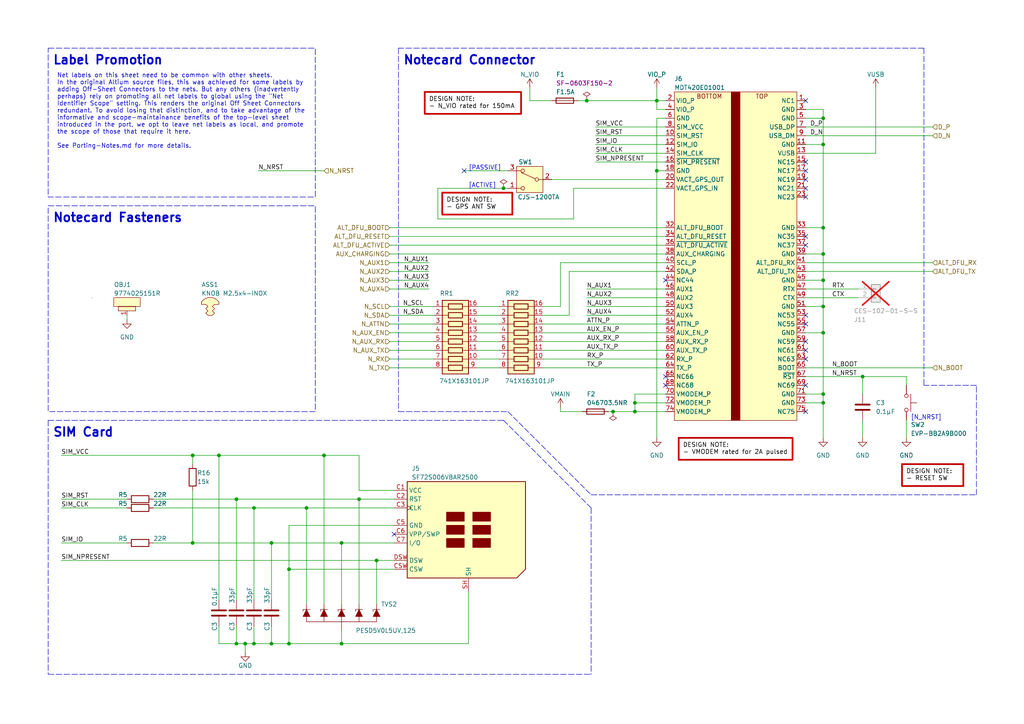
<source format=kicad_sch>
(kicad_sch (version 20230121) (generator eeschema)
  (paper "A4")
  (title_block (title "Notecarrier-F") (date "DRAFT") (rev "B") (comment 1 "Blues Inc") (comment 2 "Heath Raftery"))
  (lib_symbols
    (symbol "Connector_Generic:Conn_01x02" (pin_names (offset 1.016) hide)
      (property "Reference" "J" (at 0 2.54 0))
      (property "Value" "Conn_01x02" (at 0 -5.08 0))
      (symbol "Conn_01x02_1_1"
        (rectangle (start -1.27 -2.413) (end 0 -2.667) (stroke (width 0.1524)))
        (rectangle (start -1.27 0.127) (end 0 -0.127) (stroke (width 0.1524)))
        (rectangle (start -1.27 1.27) (end 1.27 -3.81) (stroke (width 0.254)) (fill (type background)))
        (pin passive line (at -5.08 0 0) (length 3.81) (name "Pin_1") (number "1"))
        (pin passive line (at -5.08 -2.54 0) (length 3.81) (name "Pin_2") (number "2"))
      )
    )
    (symbol "Device:C" (pin_numbers hide) (pin_names (offset 0.254))
      (property "Reference" "C" (at 0.635 2.54 0))
      (property "Value" "C" (at 0.635 -2.54 0))
      (symbol "C_0_1"
        (polyline (pts (xy -2.032 -0.762) (xy 2.032 -0.762)) (stroke (width 0.508)))
        (polyline (pts (xy -2.032 0.762) (xy 2.032 0.762)) (stroke (width 0.508)))
      )
      (symbol "C_1_1"
        (pin passive line (at 0 3.81 270) (length 2.794) (name "~") (number "1"))
        (pin passive line (at 0 -3.81 90) (length 2.794) (name "~") (number "2"))
      )
    )
    (symbol "Device:Fuse" (pin_numbers hide) (pin_names (offset 0))
      (property "Reference" "F" (at 2.032 0 90))
      (property "Value" "Fuse" (at -1.905 0 90))
      (symbol "Fuse_0_1"
        (rectangle (start -0.762 -2.54) (end 0.762 2.54) (stroke (width 0.254)))
        (polyline (pts (xy 0 2.54) (xy 0 -2.54)))
      )
      (symbol "Fuse_1_1"
        (pin passive line (at 0 3.81 270) (length 1.27) (name "~") (number "1"))
        (pin passive line (at 0 -3.81 90) (length 1.27) (name "~") (number "2"))
      )
    )
    (symbol "Device:R" (pin_numbers hide) (pin_names (offset 0))
      (property "Reference" "R" (at 2.032 0 90))
      (property "Value" "R" (at 0 0 90))
      (symbol "R_0_1"
        (rectangle (start -1.016 -2.54) (end 1.016 2.54) (stroke (width 0.254)))
      )
      (symbol "R_1_1"
        (pin passive line (at 0 3.81 270) (length 1.27) (name "~") (number "1"))
        (pin passive line (at 0 -3.81 90) (length 1.27) (name "~") (number "2"))
      )
    )
    (symbol "Switch:SW_Push" (pin_numbers hide) (pin_names (offset 1.016) hide)
      (property "Reference" "SW" (at 1.27 2.54 0))
      (property "Value" "SW_Push" (at 0 -1.524 0))
      (symbol "SW_Push_0_1"
        (circle (center -2.032 0) (radius 0.508))
        (polyline (pts (xy 0 1.27) (xy 0 3.048)))
        (polyline (pts (xy 2.54 1.27) (xy -2.54 1.27)))
        (circle (center 2.032 0) (radius 0.508))
        (pin passive line (at -5.08 0 0) (length 2.54) (name "1") (number "1"))
        (pin passive line (at 5.08 0 180) (length 2.54) (name "2") (number "2"))
      )
    )
    (symbol "blues-kicad-lib:CJS-1200TA" (pin_names (offset 0.002) hide)
      (property "Reference" "SW" (at -1.27 4.318 0))
      (property "Value" "CJS-1200TA" (at -1.27 -5.08 0))
      (symbol "CJS-1200TA_0_0"
        (circle (center -3.302 0) (radius 0.508))
        (circle (center 0.762 -2.54) (radius 0.508))
      )
      (symbol "CJS-1200TA_0_1"
        (rectangle (start -5.08 3.81) (end 2.54 -3.81) (fill (type background)))
        (polyline (pts (xy -5.08 0) (xy -3.81 0)))
        (polyline (pts (xy -2.794 0.254) (xy 1.27 2.032)))
        (polyline (pts (xy 1.27 -2.54) (xy 2.54 -2.54)))
        (polyline (pts (xy 1.27 2.54) (xy 2.54 2.54)))
        (circle (center 0.762 2.54) (radius 0.508))
      )
      (symbol "CJS-1200TA_1_1"
        (pin passive line (at 5.08 -2.54 180) (length 2.54) (name "C") (number "1"))
        (pin passive line (at -7.62 0 0) (length 2.54) (name "B") (number "2"))
        (pin passive line (at 5.08 2.54 180) (length 2.54) (name "A") (number "3"))
      )
    )
    (symbol "blues-kicad-lib:MDT420E01001_ALT"
      (property "Reference" "J" (at -16.51 50.8 0))
      (property "Value" "MDT420E01001" (at -10.16 48.26 0))
      (symbol "MDT420E01001_ALT_0_0"
        (rectangle (start -8.89 45.72) (end -8.89 45.72))
        (rectangle (start -8.89 45.72) (end -8.89 45.72))
        (text "BOTTOM" (at -7.62 45.72 0) (effects (font (size 1.27 1.27))))
        (text "TOP" (at 7.62 45.72 0) (effects (font (size 1.27 1.27))))
      )
      (symbol "MDT420E01001_ALT_0_1"
        (rectangle (start -17.78 46.99) (end 17.78 -48.26) (fill (type background)))
        (rectangle (start -1.27 46.99) (end 1.27 -48.26) (fill (type outline)))
      )
      (symbol "MDT420E01001_ALT_1_1"
        (pin passive line (at 20.32 44.45 180) (length 2.54) (name "NC1") (number "1"))
        (pin passive line (at -20.32 34.29 0) (length 2.54) (name "SIM_RST") (number "10"))
        (pin power_in line (at 20.32 31.75 180) (length 2.54) (name "GND") (number "11"))
        (pin passive line (at -20.32 31.75 0) (length 2.54) (name "SIM_IO") (number "12"))
        (pin power_in line (at 20.32 29.21 180) (length 2.54) (name "VUSB") (number "13"))
        (pin passive line (at -20.32 29.21 0) (length 2.54) (name "SIM_CLK") (number "14"))
        (pin passive line (at 20.32 26.67 180) (length 2.54) (name "NC15") (number "15"))
        (pin passive line (at -20.32 26.67 0) (length 2.54) (name "~{SIM_PRESENT}") (number "16"))
        (pin passive line (at 20.32 24.13 180) (length 2.54) (name "NC17") (number "17"))
        (pin power_in line (at -20.32 24.13 0) (length 2.54) (name "GND") (number "18"))
        (pin passive line (at 20.32 21.59 180) (length 2.54) (name "NC19") (number "19"))
        (pin power_in line (at -20.32 44.45 0) (length 2.54) (name "VIO_P") (number "2"))
        (pin power_out line (at -20.32 21.59 0) (length 2.54) (name "VACT_GPS_OUT") (number "20"))
        (pin passive line (at 20.32 19.05 180) (length 2.54) (name "NC21") (number "21"))
        (pin power_in line (at -20.32 19.05 0) (length 2.54) (name "VACT_GPS_IN") (number "22"))
        (pin passive line (at 20.32 16.51 180) (length 2.54) (name "NC23") (number "23"))
        (pin power_in line (at 20.32 41.91 180) (length 2.54) (name "GND") (number "3"))
        (pin passive line (at -20.32 7.62 0) (length 2.54) (name "ALT_DFU_BOOT") (number "32"))
        (pin power_in line (at 20.32 7.62 180) (length 2.54) (name "GND") (number "33"))
        (pin passive line (at -20.32 5.08 0) (length 2.54) (name "ALT_DFU_RESET") (number "34"))
        (pin passive line (at 20.32 5.08 180) (length 2.54) (name "NC35") (number "35"))
        (pin passive line (at -20.32 2.54 0) (length 2.54) (name "~{ALT_DFU_ACTIVE}") (number "36"))
        (pin passive line (at 20.32 2.54 180) (length 2.54) (name "NC37") (number "37"))
        (pin passive line (at -20.32 0 0) (length 2.54) (name "AUX_CHARGING") (number "38"))
        (pin power_in line (at 20.32 0 180) (length 2.54) (name "GND") (number "39"))
        (pin power_in line (at -20.32 41.91 0) (length 2.54) (name "VIO_P") (number "4"))
        (pin passive line (at -20.32 -2.54 0) (length 2.54) (name "SCL_P") (number "40"))
        (pin passive line (at 20.32 -2.54 180) (length 2.54) (name "ALT_DFU_RX") (number "41"))
        (pin passive line (at -20.32 -5.08 0) (length 2.54) (name "SDA_P") (number "42"))
        (pin passive line (at 20.32 -5.08 180) (length 2.54) (name "ALT_DFU_TX") (number "43"))
        (pin passive line (at -20.32 -7.62 0) (length 2.54) (name "NC44") (number "44"))
        (pin power_in line (at 20.32 -7.62 180) (length 2.54) (name "GND") (number "45"))
        (pin passive line (at -20.32 -10.16 0) (length 2.54) (name "AUX1") (number "46"))
        (pin passive line (at 20.32 -10.16 180) (length 2.54) (name "RTX") (number "47"))
        (pin passive line (at -20.32 -12.7 0) (length 2.54) (name "AUX2") (number "48"))
        (pin passive line (at 20.32 -12.7 180) (length 2.54) (name "CTX") (number "49"))
        (pin power_in line (at 20.32 39.37 180) (length 2.54) (name "GND") (number "5"))
        (pin passive line (at -20.32 -15.24 0) (length 2.54) (name "AUX3") (number "50"))
        (pin power_in line (at 20.32 -15.24 180) (length 2.54) (name "GND") (number "51"))
        (pin passive line (at -20.32 -17.78 0) (length 2.54) (name "AUX4") (number "52"))
        (pin passive line (at 20.32 -17.78 180) (length 2.54) (name "NC53") (number "53"))
        (pin passive line (at -20.32 -20.32 0) (length 2.54) (name "ATTN_P") (number "54"))
        (pin passive line (at 20.32 -20.32 180) (length 2.54) (name "NC55") (number "55"))
        (pin passive line (at -20.32 -22.86 0) (length 2.54) (name "AUX_EN_P") (number "56"))
        (pin power_in line (at 20.32 -22.86 180) (length 2.54) (name "GND") (number "57"))
        (pin passive line (at -20.32 -25.4 0) (length 2.54) (name "AUX_RX_P") (number "58"))
        (pin passive line (at 20.32 -25.4 180) (length 2.54) (name "NC59") (number "59"))
        (pin power_in line (at -20.32 39.37 0) (length 2.54) (name "GND") (number "6"))
        (pin passive line (at -20.32 -27.94 0) (length 2.54) (name "AUX_TX_P") (number "60"))
        (pin passive line (at 20.32 -27.94 180) (length 2.54) (name "NC61") (number "61"))
        (pin passive line (at -20.32 -30.48 0) (length 2.54) (name "RX_P") (number "62"))
        (pin passive line (at 20.32 -30.48 180) (length 2.54) (name "NC63") (number "63"))
        (pin passive line (at -20.32 -33.02 0) (length 2.54) (name "TX_P") (number "64"))
        (pin passive line (at 20.32 -33.02 180) (length 2.54) (name "BOOT") (number "65"))
        (pin passive line (at -20.32 -35.56 0) (length 2.54) (name "NC66") (number "66"))
        (pin passive line (at 20.32 -35.56 180) (length 2.54) (name "~{RST}") (number "67"))
        (pin passive line (at -20.32 -38.1 0) (length 2.54) (name "NC68") (number "68"))
        (pin passive line (at 20.32 -38.1 180) (length 2.54) (name "NC69") (number "69"))
        (pin passive line (at 20.32 36.83 180) (length 2.54) (name "USB_DP") (number "7"))
        (pin power_in line (at -20.32 -40.64 0) (length 2.54) (name "VMODEM_P") (number "70"))
        (pin power_in line (at 20.32 -40.64 180) (length 2.54) (name "GND") (number "71"))
        (pin power_in line (at -20.32 -43.18 0) (length 2.54) (name "VMODEM_P") (number "72"))
        (pin power_in line (at 20.32 -43.18 180) (length 2.54) (name "GND") (number "73"))
        (pin power_in line (at -20.32 -45.72 0) (length 2.54) (name "VMODEM_P") (number "74"))
        (pin passive line (at 20.32 -45.72 180) (length 2.54) (name "NC75") (number "75"))
        (pin power_out line (at -20.32 36.83 0) (length 2.54) (name "SIM_VCC") (number "8"))
        (pin passive line (at 20.32 34.29 180) (length 2.54) (name "USB_DM") (number "9"))
      )
    )
    (symbol "blues-kicad-lib:PESD5V0L5UV" (pin_numbers hide) (pin_names hide)
      (property "Reference" "D" (at 12.7 2.54 0))
      (property "Value" "PESD5V0L5UV" (at 12.7 -1.27 0))
      (symbol "PESD5V0L5UV_0_1"
        (polyline (pts (xy -10.16 1.016) (xy -10.16 -1.016)))
        (polyline (pts (xy -5.08 1.016) (xy -5.08 -1.016)))
        (polyline (pts (xy -5.08 1.27) (xy -5.08 -2.54)))
        (polyline (pts (xy 0 1.016) (xy 0 -1.016)))
        (polyline (pts (xy 0 1.27) (xy 0 -2.54)))
        (polyline (pts (xy 5.08 1.016) (xy 5.08 -1.016)))
        (polyline (pts (xy 5.08 1.27) (xy 5.08 -2.54)))
        (polyline (pts (xy 10.16 1.016) (xy 10.16 -1.016)))
        (polyline (pts (xy -9.144 1.016) (xy -11.176 1.016) (xy -11.176 0.508)))
        (polyline (pts (xy -4.064 1.016) (xy -6.096 1.016) (xy -6.096 0.508)))
        (polyline (pts (xy 1.016 1.016) (xy -1.016 1.016) (xy -1.016 0.508)))
        (polyline (pts (xy 6.096 1.016) (xy 4.064 1.016) (xy 4.064 0.508)))
        (polyline (pts (xy 11.176 1.016) (xy 9.144 1.016) (xy 9.144 0.508)))
        (polyline (pts (xy -10.16 1.27) (xy -10.16 -2.54) (xy 10.16 -2.54) (xy 10.16 1.27)))
        (polyline (pts (xy -9.144 -1.016) (xy -10.16 1.016) (xy -11.176 -1.016) (xy -9.144 -1.016)) (fill (type outline)))
        (polyline (pts (xy -4.064 -1.016) (xy -5.08 1.016) (xy -6.096 -1.016) (xy -4.064 -1.016)) (fill (type outline)))
        (polyline (pts (xy 1.016 -1.016) (xy 0 1.016) (xy -1.016 -1.016) (xy 1.016 -1.016)) (fill (type outline)))
        (polyline (pts (xy 6.096 -1.016) (xy 5.08 1.016) (xy 4.064 -1.016) (xy 6.096 -1.016)) (fill (type outline)))
        (polyline (pts (xy 11.176 -1.016) (xy 10.16 1.016) (xy 9.144 -1.016) (xy 11.176 -1.016)) (fill (type outline)))
      )
      (symbol "PESD5V0L5UV_1_1"
        (pin passive line (at -10.16 2.54 270) (length 1.27) (name "K1") (number "1"))
        (pin passive line (at 0 -5.08 90) (length 2.54) (name "A") (number "2"))
        (pin passive line (at -5.08 2.54 270) (length 1.27) (name "K2") (number "3"))
        (pin passive line (at 0 2.54 270) (length 1.27) (name "K3") (number "4"))
        (pin passive line (at 5.08 2.54 270) (length 1.27) (name "K4") (number "5"))
        (pin passive line (at 10.16 2.54 270) (length 1.27) (name "K5") (number "6"))
      )
    )
    (symbol "blues-kicad-lib:RND_STNDFF_M2.5X0.45_STEEL_2.5MM" (pin_names hide)
      (property "Reference" "OBJ" (at -2.54 3.81 0))
      (property "Value" "RND_STNDFF_M2.5X0.45_STEEL_2.5MM" (at 0 -10.16 0))
      (symbol "RND_STNDFF_M2.5X0.45_STEEL_2.5MM_0_1"
        (rectangle (start -10.16 2.54) (end -10.16 2.54))
        (rectangle (start -3.81 2.54) (end 3.81 0) (fill (type background)))
        (rectangle (start -2.54 0) (end 2.54 -1.27) (fill (type background)))
      )
      (symbol "RND_STNDFF_M2.5X0.45_STEEL_2.5MM_1_1"
        (pin passive line (at 0 -2.54 90) (length 1.27) (name "GND") (number "1"))
      )
    )
    (symbol "blues-kicad-lib:R_Array08" (pin_names (offset 0.002) hide)
      (property "Reference" "RN" (at 0 13.208 0))
      (property "Value" "R_Array08" (at -0.254 -10.922 0))
      (symbol "R_Array08_0_1"
        (polyline (pts (xy -3.81 10.16) (xy -2.032 10.16)))
        (polyline (pts (xy -2.032 -7.62) (xy -3.81 -7.62)))
        (polyline (pts (xy -2.032 -5.08) (xy -3.81 -5.08)))
        (polyline (pts (xy -2.032 -2.54) (xy -3.81 -2.54)))
        (polyline (pts (xy -2.032 0) (xy -3.81 0)))
        (polyline (pts (xy -2.032 2.54) (xy -3.81 2.54)))
        (polyline (pts (xy -2.032 5.08) (xy -3.81 5.08)))
        (polyline (pts (xy -2.032 7.62) (xy -3.81 7.62)))
        (polyline (pts (xy 3.81 -7.62) (xy 2.032 -7.62)))
        (polyline (pts (xy 3.81 -5.08) (xy 2.032 -5.08)))
        (polyline (pts (xy 3.81 -2.54) (xy 2.032 -2.54)))
        (polyline (pts (xy 3.81 0) (xy 2.032 0)))
        (polyline (pts (xy 3.81 2.54) (xy 2.032 2.54)))
        (polyline (pts (xy 3.81 5.08) (xy 2.032 5.08)))
        (polyline (pts (xy 3.81 7.62) (xy 2.032 7.62)))
        (polyline (pts (xy 3.81 10.16) (xy 2.032 10.16)))
        (rectangle (start 2.032 -6.858) (end -2.032 -8.382) (stroke (width 0.254)))
        (rectangle (start 2.032 -4.318) (end -2.032 -5.842) (stroke (width 0.254)))
        (rectangle (start 2.032 -1.778) (end -2.032 -3.302) (stroke (width 0.254)))
        (rectangle (start 2.032 0.762) (end -2.032 -0.762) (stroke (width 0.254)))
        (rectangle (start 2.032 3.302) (end -2.032 1.778) (stroke (width 0.254)))
        (rectangle (start 2.032 5.842) (end -2.032 4.318) (stroke (width 0.254)))
        (rectangle (start 2.032 8.382) (end -2.032 6.858) (stroke (width 0.254)))
        (rectangle (start 2.032 10.922) (end -2.032 9.398) (stroke (width 0.254)))
        (rectangle (start 3.81 11.938) (end -3.81 -9.398) (stroke (width 0.254)) (fill (type background)))
      )
      (symbol "R_Array08_1_1"
        (pin passive line (at -6.35 10.16 0) (length 2.54) (name "R1_1") (number "1"))
        (pin passive line (at 6.35 -5.08 180) (length 2.54) (name "R7_2") (number "10"))
        (pin passive line (at 6.35 -2.54 180) (length 2.54) (name "R6_2") (number "11"))
        (pin passive line (at 6.35 0 180) (length 2.54) (name "R5_2") (number "12"))
        (pin passive line (at 6.35 2.54 180) (length 2.54) (name "R4_2") (number "13"))
        (pin passive line (at 6.35 5.08 180) (length 2.54) (name "R3_2") (number "14"))
        (pin passive line (at 6.35 7.62 180) (length 2.54) (name "R2_2") (number "15"))
        (pin passive line (at 6.35 10.16 180) (length 2.54) (name "R1_2") (number "16"))
        (pin passive line (at -6.35 7.62 0) (length 2.54) (name "R2_1") (number "2"))
        (pin passive line (at -6.35 5.08 0) (length 2.54) (name "R3_1") (number "3"))
        (pin passive line (at -6.35 2.54 0) (length 2.54) (name "R4_1") (number "4"))
        (pin passive line (at -6.35 0 0) (length 2.54) (name "R5_1") (number "5"))
        (pin passive line (at -6.35 -2.54 0) (length 2.54) (name "R6_1") (number "6"))
        (pin passive line (at -6.35 -5.08 0) (length 2.54) (name "R7_1") (number "7"))
        (pin passive line (at -6.35 -7.62 0) (length 2.54) (name "R8_1") (number "8"))
        (pin passive line (at 6.35 -7.62 180) (length 2.54) (name "R8_2") (number "9"))
      )
    )
    (symbol "blues-kicad-lib:SF72S006VBDR2500"
      (property "Reference" "J" (at 5.08 15.24 0))
      (property "Value" "SF72S006VBDR2500" (at 30.48 15.24 0))
      (symbol "SF72S006VBDR2500_0_1"
        (polyline (pts (xy 3.81 13.97) (xy 3.81 -13.97) (xy 35.56 -13.97) (xy 38.1 -11.43) (xy 38.1 13.97) (xy 3.81 13.97)) (stroke (width 0.254)) (fill (type background)))
        (rectangle (start 15.24 -2.54) (end 20.32 -5.08) (stroke (width 0.254)) (fill (type outline)))
        (rectangle (start 15.24 1.27) (end 20.32 -1.27) (stroke (width 0.254)) (fill (type outline)))
        (rectangle (start 15.24 5.08) (end 20.32 2.54) (stroke (width 0.254)) (fill (type outline)))
        (rectangle (start 22.86 -2.54) (end 27.94 -5.08) (stroke (width 0.254)) (fill (type outline)))
        (rectangle (start 22.86 1.27) (end 27.94 -1.27) (stroke (width 0.254)) (fill (type outline)))
        (rectangle (start 22.86 5.08) (end 27.94 2.54) (stroke (width 0.254)) (fill (type outline)))
      )
      (symbol "SF72S006VBDR2500_1_1"
        (pin power_in line (at 0 11.43 0) (length 3.81) (name "VCC") (number "C1"))
        (pin input line (at 0 8.89 0) (length 3.81) (name "RST") (number "C2"))
        (pin input clock (at 0 6.35 0) (length 3.81) (name "CLK") (number "C3"))
        (pin power_in line (at 0 1.27 0) (length 3.81) (name "GND") (number "C5"))
        (pin bidirectional line (at 0 -1.27 0) (length 3.81) (name "VPP/SWP") (number "C6"))
        (pin bidirectional line (at 0 -3.81 0) (length 3.81) (name "I/O") (number "C7"))
        (pin passive line (at 0 -11.43 0) (length 3.81) (name "CSW") (number "CSW"))
        (pin passive line (at 0 -8.89 0) (length 3.81) (name "DSW") (number "DSW"))
        (pin passive line (at 21.59 -17.78 90) (length 3.81) (name "SH") (number "SH"))
      )
    )
    (symbol "blues-kicad-lib:mechanical_Screw" (on_board no)
      (property "Reference" "ASS" (at 0 5.715 0))
      (property "Value" "Screw" (at 0 3.81 0))
      (symbol "mechanical_Screw_0_1"
        (polyline (pts (xy -2.54 1.27) (xy -2.54 0.635) (xy -1.27 0.635) (xy -0.635 0) (xy -1.27 -0.635) (xy -0.635 -1.27) (xy -1.27 -1.905) (xy -0.635 -2.54) (xy 0.635 -2.54) (xy 1.27 -1.905) (xy 0.635 -1.27) (xy 1.27 -0.635) (xy 0.635 0) (xy 1.27 0.635) (xy 2.54 0.635) (xy 2.54 1.27)) (fill (type background)))
        (arc (start 2.54 1.27) (mid 0 2.6143) (end -2.54 1.27) (fill (type background)))
      )
    )
    (symbol "blues-kicad-lib:power_N_VIO" (power) (pin_names (offset 0)) (in_bom no) (on_board no)
      (property "Value" "N_VIO" (at 0 3.81 0))
      (symbol "power_N_VIO_0_1"
        (polyline (pts (xy -0.762 1.27) (xy 0 2.54)))
        (polyline (pts (xy 0 0) (xy 0 2.54)))
        (polyline (pts (xy 0 2.54) (xy 0.762 1.27)))
      )
      (symbol "power_N_VIO_1_1"
        (pin power_in line (at 0 0 90) (length 0) hide (name "N_VIO") (number "1"))
      )
    )
    (symbol "blues-kicad-lib:power_VIO_P" (power) (pin_names (offset 0)) (in_bom no) (on_board no)
      (property "Value" "VIO_P" (at 0 3.81 0))
      (symbol "power_VIO_P_0_1"
        (polyline (pts (xy -0.762 1.27) (xy 0 2.54)))
        (polyline (pts (xy 0 0) (xy 0 2.54)))
        (polyline (pts (xy 0 2.54) (xy 0.762 1.27)))
      )
      (symbol "power_VIO_P_1_1"
        (pin power_in line (at 0 0 90) (length 0) hide (name "VIO_P") (number "1"))
      )
    )
    (symbol "blues-kicad-lib:power_VMAIN" (power) (pin_names (offset 0)) (in_bom no) (on_board no)
      (property "Value" "VMAIN" (at 0 3.81 0))
      (symbol "power_VMAIN_0_1"
        (polyline (pts (xy -0.762 1.27) (xy 0 2.54)))
        (polyline (pts (xy 0 0) (xy 0 2.54)))
        (polyline (pts (xy 0 2.54) (xy 0.762 1.27)))
      )
      (symbol "power_VMAIN_1_1"
        (pin power_in line (at 0 0 90) (length 0) hide (name "VMAIN") (number "1"))
      )
    )
    (symbol "blues-kicad-lib:power_VUSB" (power) (pin_names (offset 0)) (in_bom no) (on_board no)
      (property "Value" "VUSB" (at 0 3.81 0))
      (symbol "power_VUSB_0_1"
        (polyline (pts (xy -0.762 1.27) (xy 0 2.54)))
        (polyline (pts (xy 0 0) (xy 0 2.54)))
        (polyline (pts (xy 0 2.54) (xy 0.762 1.27)))
      )
      (symbol "power_VUSB_1_1"
        (pin power_in line (at 0 0 90) (length 0) hide (name "VUSB") (number "1"))
      )
    )
    (symbol "power:GND" (power) (pin_names (offset 0))
      (property "Value" "GND" (at 0 -3.81 0))
      (symbol "GND_0_1"
        (polyline (pts (xy 0 0) (xy 0 -1.27) (xy 1.27 -1.27) (xy 0 -2.54) (xy -1.27 -1.27) (xy 0 -1.27)))
      )
      (symbol "GND_1_1"
        (pin power_in line (at 0 0 270) (length 0) hide (name "GND") (number "1"))
      )
    )
    (symbol "power:PWR_FLAG" (power) (pin_numbers hide) (pin_names (offset 0) hide)
      (property "Value" "PWR_FLAG" (at 0 3.81 0))
      (symbol "PWR_FLAG_0_0"
        (pin power_out line (at 0 0 90) (length 0) (name "pwr") (number "1"))
      )
      (symbol "PWR_FLAG_0_1"
        (polyline (pts (xy 0 0) (xy 0 1.27) (xy -1.016 1.905) (xy 0 2.54) (xy 1.016 1.905) (xy 0 1.27)))
      )
    )
  )
  (junction (at 238.76 34.29))
  (junction (at 184.15 119.38))
  (junction (at 99.06 186.69))
  (junction (at 170.18 29.21))
  (junction (at 238.76 96.52))
  (junction (at 238.76 73.66))
  (junction (at 177.8 119.38))
  (junction (at 73.66 147.32))
  (junction (at 55.88 132.08))
  (junction (at 71.12 186.69))
  (junction (at 83.82 186.69))
  (junction (at 146.05 54.61))
  (junction (at 109.22 162.56))
  (junction (at 88.9 147.32))
  (junction (at 238.76 81.28))
  (junction (at 104.14 144.78))
  (junction (at 78.74 186.69))
  (junction (at 78.74 157.48))
  (junction (at 238.76 41.91))
  (junction (at 55.88 157.48))
  (junction (at 238.76 116.84))
  (junction (at 73.66 186.69))
  (junction (at 99.06 157.48))
  (junction (at 184.15 116.84))
  (junction (at 238.76 114.3))
  (junction (at 250.19 109.22))
  (junction (at 83.82 165.1))
  (junction (at 238.76 66.04))
  (junction (at 63.5 132.08))
  (junction (at 190.5 29.21))
  (junction (at 68.58 186.69))
  (junction (at 68.58 144.78))
  (junction (at 190.5 49.53))
  (junction (at 93.98 132.08))
  (junction (at 238.76 88.9))
  (no_connect (at 233.68 99.06))
  (no_connect (at 233.68 52.07))
  (no_connect (at 233.68 104.14))
  (no_connect (at 233.68 119.38))
  (no_connect (at 233.68 54.61))
  (no_connect (at 233.68 71.12))
  (no_connect (at 193.04 109.22))
  (no_connect (at 233.68 91.44))
  (no_connect (at 233.68 101.6))
  (no_connect (at 233.68 49.53))
  (no_connect (at 193.04 111.76))
  (no_connect (at 233.68 46.99))
  (no_connect (at 233.68 68.58))
  (no_connect (at 233.68 93.98))
  (no_connect (at 233.68 57.15))
  (no_connect (at 193.04 81.28))
  (no_connect (at 233.68 29.21))
  (no_connect (at 134.62 49.53))
  (no_connect (at 233.68 111.76))
  (no_connect (at 114.3 154.94))
  (wire (pts (xy 113.03 78.74) (xy 124.46 78.74)))
  (wire (pts (xy 104.14 144.78) (xy 104.14 175.26)))
  (wire (pts (xy 138.43 91.44) (xy 144.78 91.44)))
  (wire (pts (xy 63.5 132.08) (xy 63.5 173.99)))
  (wire (pts (xy 233.68 73.66) (xy 238.76 73.66)))
  (wire (pts (xy 238.76 41.91) (xy 238.76 34.29)))
  (wire (pts (xy 166.37 54.61) (xy 193.04 54.61)))
  (wire (pts (xy 134.62 49.53) (xy 147.32 49.53)))
  (wire (pts (xy 113.03 66.04) (xy 193.04 66.04)))
  (wire (pts (xy 165.1 78.74) (xy 193.04 78.74)))
  (wire (pts (xy 73.66 181.61) (xy 73.66 186.69)))
  (wire (pts (xy 262.89 121.92) (xy 262.89 127)))
  (wire (pts (xy 113.03 99.06) (xy 125.73 99.06)))
  (wire (pts (xy 170.18 86.36) (xy 193.04 86.36)))
  (wire (pts (xy 233.68 114.3) (xy 238.76 114.3)))
  (wire (pts (xy 233.68 116.84) (xy 238.76 116.84)))
  (wire (pts (xy 170.18 83.82) (xy 193.04 83.82)))
  (wire (pts (xy 233.68 39.37) (xy 270.51 39.37)))
  (wire (pts (xy 165.1 91.44) (xy 165.1 78.74)))
  (wire (pts (xy 113.03 73.66) (xy 193.04 73.66)))
  (wire (pts (xy 162.56 119.38) (xy 162.56 118.11)))
  (wire (pts (xy 233.68 34.29) (xy 238.76 34.29)))
  (wire (pts (xy 166.37 63.5) (xy 166.37 54.61)))
  (wire (pts (xy 113.03 91.44) (xy 125.73 91.44)))
  (wire (pts (xy 138.43 88.9) (xy 144.78 88.9)))
  (wire (pts (xy 172.72 46.99) (xy 193.04 46.99)))
  (wire (pts (xy 113.03 68.58) (xy 193.04 68.58)))
  (wire (pts (xy 238.76 73.66) (xy 238.76 66.04)))
  (wire (pts (xy 78.74 186.69) (xy 83.82 186.69)))
  (wire (pts (xy 63.5 181.61) (xy 63.5 186.69)))
  (wire (pts (xy 88.9 147.32) (xy 114.3 147.32)))
  (wire (pts (xy 104.14 132.08) (xy 104.14 142.24)))
  (wire (pts (xy 104.14 144.78) (xy 114.3 144.78)))
  (polyline (pts (xy 13.97 121.92) (xy 144.78 121.92)) (stroke (width 0) (type dash)))
  (wire (pts (xy 190.5 49.53) (xy 190.5 127)))
  (wire (pts (xy 55.88 157.48) (xy 78.74 157.48)))
  (wire (pts (xy 138.43 106.68) (xy 144.78 106.68)))
  (wire (pts (xy 83.82 152.4) (xy 83.82 165.1)))
  (wire (pts (xy 17.78 147.32) (xy 36.83 147.32)))
  (wire (pts (xy 190.5 31.75) (xy 190.5 29.21)))
  (wire (pts (xy 17.78 144.78) (xy 36.83 144.78)))
  (polyline (pts (xy 267.97 13.97) (xy 115.57 13.97)) (stroke (width 0) (type dash)))
  (wire (pts (xy 113.03 106.68) (xy 125.73 106.68)))
  (polyline (pts (xy 13.97 195.58) (xy 171.45 195.58)) (stroke (width 0) (type dash)))
  (wire (pts (xy 17.78 132.08) (xy 55.88 132.08)))
  (wire (pts (xy 162.56 76.2) (xy 193.04 76.2)))
  (wire (pts (xy 233.68 86.36) (xy 248.92 86.36)))
  (wire (pts (xy 114.3 165.1) (xy 83.82 165.1)))
  (wire (pts (xy 78.74 181.61) (xy 78.74 186.69)))
  (polyline (pts (xy 115.57 119.38) (xy 147.32 119.38)) (stroke (width 0) (type dash)))
  (wire (pts (xy 157.48 104.14) (xy 193.04 104.14)))
  (wire (pts (xy 172.72 44.45) (xy 193.04 44.45)))
  (wire (pts (xy 68.58 181.61) (xy 68.58 186.69)))
  (wire (pts (xy 193.04 29.21) (xy 190.5 29.21)))
  (wire (pts (xy 157.48 106.68) (xy 193.04 106.68)))
  (wire (pts (xy 250.19 109.22) (xy 250.19 114.3)))
  (wire (pts (xy 113.03 81.28) (xy 124.46 81.28)))
  (wire (pts (xy 55.88 142.24) (xy 55.88 157.48)))
  (wire (pts (xy 71.12 186.69) (xy 73.66 186.69)))
  (wire (pts (xy 238.76 31.75) (xy 233.68 31.75)))
  (wire (pts (xy 190.5 34.29) (xy 190.5 49.53)))
  (wire (pts (xy 233.68 41.91) (xy 238.76 41.91)))
  (wire (pts (xy 93.98 49.53) (xy 74.93 49.53)))
  (wire (pts (xy 114.3 152.4) (xy 83.82 152.4)))
  (wire (pts (xy 238.76 116.84) (xy 238.76 114.3)))
  (wire (pts (xy 93.98 132.08) (xy 104.14 132.08)))
  (wire (pts (xy 78.74 157.48) (xy 78.74 173.99)))
  (wire (pts (xy 113.03 104.14) (xy 125.73 104.14)))
  (wire (pts (xy 109.22 162.56) (xy 114.3 162.56)))
  (polyline (pts (xy 115.57 13.97) (xy 115.57 119.38)) (stroke (width 0) (type dash)))
  (wire (pts (xy 78.74 157.48) (xy 99.06 157.48)))
  (wire (pts (xy 44.45 147.32) (xy 73.66 147.32)))
  (wire (pts (xy 99.06 182.88) (xy 99.06 186.69)))
  (wire (pts (xy 99.06 186.69) (xy 135.89 186.69)))
  (wire (pts (xy 73.66 173.99) (xy 73.66 147.32)))
  (wire (pts (xy 184.15 119.38) (xy 177.8 119.38)))
  (polyline (pts (xy 283.21 111.76) (xy 267.97 111.76)) (stroke (width 0) (type dash)))
  (wire (pts (xy 157.48 96.52) (xy 193.04 96.52)))
  (wire (pts (xy 68.58 144.78) (xy 104.14 144.78)))
  (wire (pts (xy 73.66 147.32) (xy 88.9 147.32)))
  (wire (pts (xy 146.05 54.61) (xy 127 54.61)))
  (wire (pts (xy 238.76 66.04) (xy 238.76 41.91)))
  (polyline (pts (xy 147.32 119.38) (xy 171.45 143.51)) (stroke (width 0) (type dash)))
  (wire (pts (xy 138.43 104.14) (xy 144.78 104.14)))
  (wire (pts (xy 170.18 88.9) (xy 193.04 88.9)))
  (wire (pts (xy 238.76 81.28) (xy 238.76 73.66)))
  (wire (pts (xy 172.72 36.83) (xy 193.04 36.83)))
  (wire (pts (xy 71.12 186.69) (xy 71.12 189.23)))
  (wire (pts (xy 44.45 157.48) (xy 55.88 157.48)))
  (wire (pts (xy 113.03 76.2) (xy 124.46 76.2)))
  (polyline (pts (xy 144.78 121.92) (xy 146.05 121.92)))
  (wire (pts (xy 177.8 119.38) (xy 176.53 119.38)))
  (wire (pts (xy 162.56 88.9) (xy 162.56 76.2)))
  (wire (pts (xy 233.68 83.82) (xy 248.92 83.82)))
  (wire (pts (xy 83.82 165.1) (xy 83.82 186.69)))
  (wire (pts (xy 172.72 41.91) (xy 193.04 41.91)))
  (wire (pts (xy 184.15 114.3) (xy 184.15 116.84)))
  (polyline (pts (xy 146.05 121.92) (xy 171.45 147.32)) (stroke (width 0) (type dash)))
  (wire (pts (xy 113.03 88.9) (xy 125.73 88.9)))
  (wire (pts (xy 113.03 83.82) (xy 124.46 83.82)))
  (wire (pts (xy 157.48 93.98) (xy 193.04 93.98)))
  (wire (pts (xy 193.04 114.3) (xy 184.15 114.3)))
  (wire (pts (xy 233.68 109.22) (xy 250.19 109.22)))
  (wire (pts (xy 190.5 49.53) (xy 193.04 49.53)))
  (wire (pts (xy 262.89 109.22) (xy 262.89 111.76)))
  (wire (pts (xy 233.68 81.28) (xy 238.76 81.28)))
  (wire (pts (xy 233.68 106.68) (xy 270.51 106.68)))
  (wire (pts (xy 157.48 101.6) (xy 193.04 101.6)))
  (polyline (pts (xy 13.97 121.92) (xy 13.97 195.58)) (stroke (width 0) (type dash)))
  (wire (pts (xy 138.43 93.98) (xy 144.78 93.98)))
  (wire (pts (xy 254 44.45) (xy 254 25.4)))
  (wire (pts (xy 153.67 29.21) (xy 153.67 25.4)))
  (wire (pts (xy 36.83 91.44) (xy 36.83 92.71)))
  (wire (pts (xy 17.78 162.56) (xy 109.22 162.56)))
  (wire (pts (xy 193.04 34.29) (xy 190.5 34.29)))
  (wire (pts (xy 250.19 121.92) (xy 250.19 127)))
  (wire (pts (xy 135.89 186.69) (xy 135.89 171.45)))
  (wire (pts (xy 193.04 31.75) (xy 190.5 31.75)))
  (wire (pts (xy 233.68 88.9) (xy 238.76 88.9)))
  (wire (pts (xy 113.03 101.6) (xy 125.73 101.6)))
  (wire (pts (xy 99.06 157.48) (xy 99.06 175.26)))
  (wire (pts (xy 233.68 66.04) (xy 238.76 66.04)))
  (wire (pts (xy 238.76 96.52) (xy 238.76 88.9)))
  (wire (pts (xy 157.48 88.9) (xy 162.56 88.9)))
  (wire (pts (xy 160.02 52.07) (xy 193.04 52.07)))
  (polyline (pts (xy 171.45 143.51) (xy 283.21 143.51)) (stroke (width 0) (type dash)))
  (wire (pts (xy 147.32 54.61) (xy 146.05 54.61)))
  (wire (pts (xy 168.91 119.38) (xy 162.56 119.38)))
  (polyline (pts (xy 283.21 143.51) (xy 283.21 111.76)) (stroke (width 0) (type dash)))
  (wire (pts (xy 113.03 93.98) (xy 125.73 93.98)))
  (wire (pts (xy 238.76 127) (xy 238.76 116.84)))
  (polyline (pts (xy 267.97 13.97) (xy 267.97 111.76)) (stroke (width 0) (type dash)))
  (wire (pts (xy 167.64 29.21) (xy 170.18 29.21)))
  (wire (pts (xy 63.5 186.69) (xy 68.58 186.69)))
  (wire (pts (xy 184.15 116.84) (xy 193.04 116.84)))
  (wire (pts (xy 104.14 142.24) (xy 114.3 142.24)))
  (wire (pts (xy 55.88 132.08) (xy 63.5 132.08)))
  (wire (pts (xy 109.22 162.56) (xy 109.22 175.26)))
  (wire (pts (xy 172.72 39.37) (xy 193.04 39.37)))
  (wire (pts (xy 160.02 29.21) (xy 153.67 29.21)))
  (wire (pts (xy 93.98 132.08) (xy 93.98 175.26)))
  (wire (pts (xy 170.18 29.21) (xy 190.5 29.21)))
  (wire (pts (xy 138.43 99.06) (xy 144.78 99.06)))
  (wire (pts (xy 157.48 91.44) (xy 165.1 91.44)))
  (wire (pts (xy 88.9 175.26) (xy 88.9 147.32)))
  (wire (pts (xy 190.5 25.4) (xy 190.5 29.21)))
  (wire (pts (xy 68.58 186.69) (xy 71.12 186.69)))
  (wire (pts (xy 99.06 157.48) (xy 114.3 157.48)))
  (wire (pts (xy 233.68 76.2) (xy 270.51 76.2)))
  (wire (pts (xy 44.45 144.78) (xy 68.58 144.78)))
  (wire (pts (xy 233.68 44.45) (xy 254 44.45)))
  (wire (pts (xy 73.66 186.69) (xy 78.74 186.69)))
  (wire (pts (xy 63.5 132.08) (xy 93.98 132.08)))
  (wire (pts (xy 138.43 96.52) (xy 144.78 96.52)))
  (wire (pts (xy 184.15 119.38) (xy 193.04 119.38)))
  (wire (pts (xy 250.19 109.22) (xy 262.89 109.22)))
  (wire (pts (xy 238.76 114.3) (xy 238.76 96.52)))
  (wire (pts (xy 83.82 186.69) (xy 99.06 186.69)))
  (wire (pts (xy 138.43 101.6) (xy 144.78 101.6)))
  (wire (pts (xy 233.68 78.74) (xy 270.51 78.74)))
  (wire (pts (xy 127 54.61) (xy 127 63.5)))
  (wire (pts (xy 55.88 132.08) (xy 55.88 134.62)))
  (wire (pts (xy 68.58 144.78) (xy 68.58 173.99)))
  (wire (pts (xy 157.48 99.06) (xy 193.04 99.06)))
  (wire (pts (xy 113.03 96.52) (xy 125.73 96.52)))
  (wire (pts (xy 184.15 116.84) (xy 184.15 119.38)))
  (wire (pts (xy 233.68 96.52) (xy 238.76 96.52)))
  (polyline (pts (xy 171.45 147.32) (xy 171.45 195.58)) (stroke (width 0) (type dash)))
  (wire (pts (xy 113.03 71.12) (xy 193.04 71.12)))
  (wire (pts (xy 170.18 91.44) (xy 193.04 91.44)))
  (wire (pts (xy 233.68 36.83) (xy 270.51 36.83)))
  (wire (pts (xy 238.76 34.29) (xy 238.76 31.75)))
  (wire (pts (xy 127 63.5) (xy 166.37 63.5)))
  (wire (pts (xy 238.76 88.9) (xy 238.76 81.28)))
  (wire (pts (xy 17.78 157.48) (xy 36.83 157.48)))
  (rectangle (start 13.97 13.97) (end 91.44 57.15) (stroke (width 0) (type dash)))
  (rectangle (start 13.97 59.69) (end 91.44 119.38) (stroke (width 0) (type dash)))
  (text_box "DESIGN NOTE:\n- GPS ANT SW" (at 128.27 55.88 0) (size 20.32 6.35) (stroke (width 0.5) (color 194 0 0 1)) (effects (font (size 1.27 1.27)) (justify left top)))
  (text_box "DESIGN NOTE:\n- VMODEM rated for 2A pulsed" (at 196.85 127 0) (size 33.02 6.35) (stroke (width 0.5) (color 194 0 0 1)) (effects (font (size 1.27 1.27)) (justify left top)))
  (text_box "DESIGN NOTE:\n- N_VIO rated for 150mA" (at 123.19 26.67 0) (size 27.94 6.35) (stroke (width 0.5) (color 194 0 0 1)) (effects (font (size 1.27 1.27)) (justify left top)))
  (text_box "DESIGN NOTE:\n- RESET SW" (at 261.62 134.62 0) (size 17.78 6.35) (stroke (width 0.5) (color 194 0 0 1)) (effects (font (size 1.27 1.27)) (justify left top)))
  (text "Net labels on this sheet need to be common with other sheets.\nIn the original Altium source files, this was achieved for some labels by\nadding Off-Sheet Connectors to the nets. But any others (inadvertently\nperhaps) rely on promoting all net labels to global using the \"Net\nIdentifier Scope\" setting. This renders the original Off Sheet Connectors\nredundant. To avoid losing that distinction, and to take advantage of the\ninformative and scope-maintainance benefits of the top-level sheet\nintroduced in the port, we opt to leave net labels as local, and promote\nthe scope of those that require it here.\n\nSee Porting-Notes.md for more details." (at 16.51 43.18 0) (effects (font (size 1.27 1.27)) (justify left bottom)))
  (text "[N_NRST]" (at 264.16 121.92 0) (effects (font (size 1.27 1.27)) (justify left bottom)))
  (text "[PASSIVE]" (at 135.89 49.53 0) (effects (font (size 1.27 1.27)) (justify left bottom)))
  (text "Notecard Fasteners" (at 15.24 64.77 0) (effects (font (size 2.54 2.54) (thickness 0.508) bold) (justify left bottom)))
  (text "SIM Card" (at 15.24 127 0) (effects (font (size 2.54 2.54) (thickness 0.508) bold) (justify left bottom)))
  (text "Notecard Connector" (at 116.84 19.05 0) (effects (font (size 2.54 2.54) (thickness 0.508) bold) (justify left bottom)))
  (text "Label Promotion" (at 15.24 19.05 0) (effects (font (size 2.54 2.54) (thickness 0.508) bold) (justify left bottom)))
  (text "[ACTIVE]" (at 135.89 54.61 0) (effects (font (size 1.27 1.27)) (justify left bottom)))
  (label "N_NRST" (at 74.93 49.53 0))
  (label "RTX" (at 241.3 83.82 0))
  (label "RX_P" (at 170.18 104.14 0))
  (label "SIM_RST" (at 172.72 39.37 0))
  (label "N_AUX3" (at 124.46 81.28 180))
  (label "TX_P" (at 170.18 106.68 0))
  (label "N_SDA" (at 116.84 91.44 0))
  (label "N_AUX2" (at 124.46 78.74 180))
  (label "SIM_NPRESENT" (at 17.78 162.56 0))
  (label "D_P" (at 234.95 36.83 0))
  (label "AUX_TX_P" (at 170.18 101.6 0))
  (label "SIM_CLK" (at 172.72 44.45 0))
  (label "SIM_VCC" (at 17.78 132.08 0))
  (label "SIM_RST" (at 17.78 144.78 0))
  (label "SIM_CLK" (at 17.78 147.32 0))
  (label "N_NRST" (at 241.3 109.22 0))
  (label "SIM_IO" (at 172.72 41.91 0))
  (label "N_AUX1" (at 170.18 83.82 0))
  (label "CTX" (at 241.3 86.36 0))
  (label "SIM_NPRESENT" (at 172.72 46.99 0))
  (label "N_BOOT" (at 241.3 106.68 0))
  (label "AUX_EN_P" (at 170.18 96.52 0))
  (label "N_AUX4" (at 170.18 91.44 0))
  (label "N_AUX3" (at 170.18 88.9 0))
  (label "N_AUX2" (at 170.18 86.36 0))
  (label "N_AUX4" (at 124.46 83.82 180))
  (label "ATTN_P" (at 170.18 93.98 0))
  (label "D_N" (at 234.95 39.37 0))
  (label "SIM_IO" (at 17.78 157.48 0))
  (label "N_SCL" (at 116.84 88.9 0))
  (label "SIM_VCC" (at 172.72 36.83 0))
  (label "N_AUX1" (at 124.46 76.2 180))
  (label "AUX_RX_P" (at 170.18 99.06 0))
  (hierarchical_label "ALT_DFU_RESET" (shape input) (at 113.03 68.58 180))
  (hierarchical_label "N_AUX3" (shape input) (at 113.03 81.28 180))
  (hierarchical_label "D_P" (shape input) (at 270.51 36.83 0))
  (hierarchical_label "N_AUX2" (shape input) (at 113.03 78.74 180))
  (hierarchical_label "N_SCL" (shape input) (at 113.03 88.9 180))
  (hierarchical_label "N_AUX_TX" (shape input) (at 113.03 101.6 180))
  (hierarchical_label "ALT_DFU_TX" (shape input) (at 270.51 78.74 0))
  (hierarchical_label "N_AUX_EN" (shape input) (at 113.03 96.52 180))
  (hierarchical_label "N_TX" (shape input) (at 113.03 106.68 180))
  (hierarchical_label "N_AUX_RX" (shape input) (at 113.03 99.06 180))
  (hierarchical_label "N_AUX4" (shape input) (at 113.03 83.82 180))
  (hierarchical_label "N_BOOT" (shape input) (at 270.51 106.68 0))
  (hierarchical_label "N_RX" (shape input) (at 113.03 104.14 180))
  (hierarchical_label "AUX_CHARGING" (shape input) (at 113.03 73.66 180))
  (hierarchical_label "ALT_DFU_ACTIVE" (shape input) (at 113.03 71.12 180))
  (hierarchical_label "N_ATTN" (shape input) (at 113.03 93.98 180))
  (hierarchical_label "N_NRST" (shape input) (at 93.98 49.53 0))
  (hierarchical_label "ALT_DFU_BOOT" (shape input) (at 113.03 66.04 180))
  (hierarchical_label "N_SDA" (shape input) (at 113.03 91.44 180))
  (hierarchical_label "N_AUX1" (shape input) (at 113.03 76.2 180))
  (hierarchical_label "D_N" (shape input) (at 270.51 39.37 0))
  (hierarchical_label "ALT_DFU_RX" (shape input) (at 270.51 76.2 0))
  (symbol (lib_id "power:PWR_FLAG") (at 146.05 54.61 0) (unit 1)
    (property "Reference" "#FLG08" (effects hide))
    (property "Value" "PWR_FLAG" (effects hide))
  )
  (symbol (lib_id "blues-kicad-lib:power_VUSB") (at 254 25.4 0) (unit 1) (in_bom no) (on_board no)
    (property "Reference" "#PWR025" (effects hide))
    (property "Value" "VUSB" (at 254 21.59 0))
  )
  (symbol (lib_id "Device:C") (at 63.5 177.8 180) (unit 1)
    (property "Reference" "C3" (at 62.23 180.34 90) (effects (justify left)))
    (property "Value" "0.1µF" (at 62.23 170.18 90) (effects (justify left)))
    (property "Footprint" "blues-kicad-lib:CAP 0402_1005" (effects hide))
    (property "Description" "CAP CER 0.1UF 16V X7R 0402" (effects hide))
    (property "Manufacturer" "Samsung" (effects hide))
    (property "Order Code" "187-CL05B104KO5NNNC" (effects hide))
    (property "Part Number" "CL05B104KO5NNNC" (effects hide))
    (property "Supplier" "Farnell" (effects hide))
    (instances (project "Notecarrier-F" (path "" (reference "C3") (unit 1)) (path "" (reference "C5") (unit 1))))
  )
  (symbol (lib_id "Device:C") (at 73.66 177.8 180) (unit 1)
    (property "Reference" "C3" (at 72.39 180.34 90) (effects (justify left)))
    (property "Value" "33pF" (at 72.39 170.18 90) (effects (justify left)))
    (property "Footprint" "blues-kicad-lib:CAP 0402_1005" (effects hide))
    (property "Description" "CAP CER 33PF 50V C0G/NP0 0402" (effects hide))
    (property "Manufacturer" "Samsung" (effects hide))
    (property "Order Code" "1276-1272-1-ND" (effects hide))
    (property "Part Number" "CL05C330JB5NNNC" (effects hide))
    (property "Supplier" "Digi-Key" (effects hide))
    (instances (project "Notecarrier-F" (path "" (reference "C3") (unit 1)) (path "" (reference "C7") (unit 1))))
  )
  (symbol (lib_id "power:GND") (at 238.76 127 0) (unit 1)
    (property "Reference" "#PWR022" (effects hide))
    (property "Value" "GND" (at 238.76 132.08 0))
  )
  (symbol (lib_id "Device:C") (at 78.74 177.8 180) (unit 1)
    (property "Reference" "C3" (at 77.47 180.34 90) (effects (justify left)))
    (property "Value" "33pF" (at 77.47 170.18 90) (effects (justify left)))
    (property "Footprint" "blues-kicad-lib:CAP 0402_1005" (effects hide))
    (property "Description" "CAP CER 33PF 50V C0G/NP0 0402" (effects hide))
    (property "Manufacturer" "Samsung" (effects hide))
    (property "Order Code" "1276-1272-1-ND" (effects hide))
    (property "Part Number" "CL05C330JB5NNNC" (effects hide))
    (property "Supplier" "Digi-Key" (effects hide))
    (instances (project "Notecarrier-F" (path "" (reference "C3") (unit 1)) (path "" (reference "C8") (unit 1))))
  )
  (symbol (lib_id "blues-kicad-lib:power_VIO_P") (at 190.5 25.4 0) (unit 1) (in_bom no) (on_board no)
    (property "Reference" "#PWR018" (effects hide))
    (property "Value" "VIO_P" (at 190.5 21.59 0))
  )
  (symbol (lib_id "Device:C") (at 250.19 118.11 180) (unit 1)
    (property "Reference" "C3" (at 254 116.84 0) (effects (justify right)))
    (property "Value" "0.1µF" (at 254 119.38 0) (effects (justify right)))
    (property "Footprint" "blues-kicad-lib:CAP 0402_1005" (effects hide))
    (property "Description" "CAP CER 0.1UF 16V X7R 0402" (effects hide))
    (property "Manufacturer" "Samsung" (effects hide))
    (property "Order Code" "187-CL05B104KO5NNNC" (effects hide))
    (property "Part Number" "CL05B104KO5NNNC" (effects hide))
    (property "Supplier" "Farnell" (effects hide))
    (instances (project "Notecarrier-F" (path "" (reference "C3") (unit 1)) (path "" (reference "C9") (unit 1))))
  )
  (symbol (lib_id "power:GND") (at 190.5 127 0) (unit 1)
    (property "Reference" "#PWR020" (effects hide))
    (property "Value" "GND" (at 190.5 132.08 0))
  )
  (symbol (lib_id "power:PWR_FLAG") (at 170.18 29.21 0) (unit 1)
    (property "Reference" "#FLG07" (effects hide))
    (property "Value" "PWR_FLAG" (effects hide))
  )
  (symbol (lib_id "Device:R") (at 40.64 144.78 270) (unit 1)
    (property "Reference" "R5" (at 34.29 143.51 90) (effects (justify left)))
    (property "Value" "22R" (at 44.45 143.51 90) (effects (justify left)))
    (property "Footprint" "blues-kicad-lib:RES 0402_1005" (effects hide))
    (property "Description" "Res Thick Film 0402 22 Ohm 1% 0.063W(1/16W) ±100ppm/C Pad SMD T/R" (effects hide))
    (property "Manufacturer" "Yageo" (effects hide))
    (property "Order Code" "311-22.0LRCT-ND" (effects hide))
    (property "Part Number" "RC0402FR-0722RL" (effects hide))
    (property "Supplier" "Digi-Key" (effects hide))
    (instances (project "Notecarrier-F" (path "" (reference "R5") (unit 1)) (path "" (reference "R7") (unit 1))))
  )
  (symbol (lib_id "power:GND") (at 36.83 92.71 0) (unit 1)
    (property "Reference" "#PWR050" (effects hide))
    (property "Value" "GND" (at 36.83 97.79 0))
  )
  (symbol (lib_id "Device:Fuse") (at 172.72 119.38 90) (unit 1)
    (property "Reference" "F2" (at 170.18 114.3 90) (effects (justify right)))
    (property "Value" "046703.5NR" (at 170.18 116.84 90) (effects (justify right)))
  )
  (symbol (lib_id "Device:R") (at 40.64 147.32 270) (unit 1)
    (property "Reference" "R5" (at 34.29 146.05 90) (effects (justify left)))
    (property "Value" "22R" (at 44.45 146.05 90) (effects (justify left)))
    (property "Footprint" "blues-kicad-lib:RES 0402_1005" (effects hide))
    (property "Description" "Res Thick Film 0402 22 Ohm 1% 0.063W(1/16W) ±100ppm/C Pad SMD T/R" (effects hide))
    (property "Manufacturer" "Yageo" (effects hide))
    (property "Order Code" "311-22.0LRCT-ND" (effects hide))
    (property "Part Number" "RC0402FR-0722RL" (effects hide))
    (property "Supplier" "Digi-Key" (effects hide))
    (instances (project "Notecarrier-F" (path "" (reference "R5") (unit 1)) (path "" (reference "R8") (unit 1))))
  )
  (symbol (lib_id "power:PWR_FLAG") (at 177.8 119.38 180) (unit 1)
    (property "Reference" "#FLG09" (effects hide))
    (property "Value" "PWR_FLAG" (effects hide))
  )
  (symbol (lib_id "blues-kicad-lib:RND_STNDFF_M2.5X0.45_STEEL_2.5MM") (at 36.83 88.9 0) (unit 1)
    (property "Reference" "OBJ1" (at 33.02 82.55 0) (effects (justify left)))
    (property "Value" "9774025151R" (at 33.02 85.09 0) (effects (justify left)))
    (property "Footprint" "blues-kicad-lib:9774025151R" (effects hide))
    (property "Description" "DISTANZ. CIL. METALLO 5.1X2.5 9774025151R W.E SMT" (effects hide))
    (property "Manufacturer" "Wurth Electronics" (effects hide))
    (property "Order Code" "732-7078-1-ND" (effects hide))
    (property "Part Number" "9774025151R" (effects hide))
    (property "Supplier" "Digi-Key" (effects hide))
  )
  (symbol (lib_id "blues-kicad-lib:MDT420E01001_ALT") (at 213.36 73.66 0) (unit 1)
    (property "Reference" "J6" (at 195.58 22.86 0) (effects (justify left)))
    (property "Value" "MDT420E01001" (at 195.58 25.4 0) (effects (justify left)))
    (property "Footprint" "blues-kicad-lib:J-75-0050-MOS-M2-E" (effects hide))
    (property "Datasheet" "https://cdn.amphenol-cs.com/media/wysiwyg/files/drawing/mdtxxxxxx001.pdf" (effects hide))
    (property "Description" "CONN. M.2 75P M/90° P=0.5 MDT420E01001 AMPHENOL SMT" (effects hide))
    (property "Manufacturer" "Amphenol Communications Solutions" (effects hide))
    (property "Order Code" "MDT420E03001CT-ND" (effects hide))
    (property "Part Number" "MDT420E03001" (effects hide))
    (property "Supplier" "Digi-Key" (effects hide))
  )
  (symbol (lib_id "Device:C") (at 68.58 177.8 180) (unit 1)
    (property "Reference" "C3" (at 67.31 180.34 90) (effects (justify left)))
    (property "Value" "33pF" (at 67.31 170.18 90) (effects (justify left)))
    (property "Footprint" "blues-kicad-lib:CAP 0402_1005" (effects hide))
    (property "Description" "CAP CER 33PF 50V C0G/NP0 0402" (effects hide))
    (property "Manufacturer" "Samsung" (effects hide))
    (property "Order Code" "1276-1272-1-ND" (effects hide))
    (property "Part Number" "CL05C330JB5NNNC" (effects hide))
    (property "Supplier" "Digi-Key" (effects hide))
    (instances (project "Notecarrier-F" (path "" (reference "C3") (unit 1)) (path "" (reference "C6") (unit 1))))
  )
  (symbol (lib_id "blues-kicad-lib:SF72S006VBDR2500") (at 114.3 153.67 0) (unit 1)
    (property "Reference" "J5" (at 119.38 135.89 0) (effects (justify left)))
    (property "Value" "SF72S006VBAR2500" (at 119.38 138.43 0) (effects (justify left)))
    (property "Footprint" "blues-kicad-lib:J-NANOSIM-SF72S006VBA" (effects hide))
    (property "Datasheet" "https://www.jae.com/direct/topics/topics_file_download/topics_id=68892&ext_no=06&index=0&_lang=en&v=202003111511468456809" (effects hide))
    (property "Description" "CONN. NANOSIM 8P F/90° PUSH-PUSH SF72S006VBAR2500 JAE ELECTRONICS SMT" (effects hide))
    (property "Manufacturer" "JAE Electronics" (effects hide))
    (property "Order Code" "670-2967-1-ND" (effects hide))
    (property "Part Number" "SF72S006VBDR2500" (effects hide))
    (property "Supplier" "Digi-Key" (effects hide))
  )
  (symbol (lib_id "power:GND") (at 71.12 189.23 0) (unit 1)
    (property "Reference" "#PWR026" (effects hide))
    (property "Value" "GND" (at 71.12 193.04 0))
  )
  (symbol (lib_id "power:GND") (at 262.89 127 0) (unit 1)
    (property "Reference" "#PWR021" (effects hide))
    (property "Value" "GND" (at 262.89 132.08 0))
  )
  (symbol (lib_id "Device:Fuse") (at 163.83 29.21 270) (unit 1)
    (property "Reference" "F1" (at 161.29 21.59 90) (effects (justify left)))
    (property "Value" "F1.5A" (at 161.29 26.67 90) (effects (justify left)))
    (property "Footprint" "blues-kicad-lib:FS-0603" (effects hide))
    (property "Description" "FUSIBILE RAPIDO 1.5A 32V 0603 SF-0603F150-2 BOURNS SMT" (effects hide))
    (property "Part Number" "SF-0603F150-2" (at 161.29 24.13 90) (effects (justify left)))
    (property "Supplier" "FAE" (effects hide))
  )
  (symbol (lib_id "Device:R") (at 55.88 138.43 180) (unit 1)
    (property "Reference" "R16" (at 57.15 137.16 0) (effects (justify right)))
    (property "Value" "15k" (at 57.15 139.7 0) (effects (justify right)))
    (property "Footprint" "blues-kicad-lib:RES 0402_1005" (effects hide))
    (property "Description" "Res SMD 15 Kohm 1% 1/16W 0402" (effects hide))
    (property "Manufacturer" "Cyntec" (effects hide))
    (property "Order Code" "2037-PFR05S-153-FNHCT-ND" (effects hide))
    (property "Part Number" "PFR05S-153-FNH" (effects hide))
    (property "Supplier" "Digi-Key" (effects hide))
    (instances (project "Notecarrier-F" (path "" (reference "R16") (unit 1)) (path "" (reference "R6") (unit 1))))
  )
  (symbol (lib_id "blues-kicad-lib:power_VMAIN") (at 162.56 118.11 0) (unit 1) (in_bom no) (on_board no)
    (property "Reference" "#PWR019" (effects hide))
    (property "Value" "VMAIN" (at 162.56 114.3 0))
  )
  (symbol (lib_id "Connector_Generic:Conn_01x02") (at 254 83.82 0) (unit 1) (dnp yes)
    (property "Reference" "J11" (at 247.65 92.71 0) (effects (justify left)))
    (property "Value" "CES-102-01-S-S" (at 247.65 90.17 0) (effects (justify left)))
  )
  (symbol (lib_id "Device:R") (at 40.64 157.48 270) (unit 1)
    (property "Reference" "R5" (at 34.29 156.21 90) (effects (justify left)))
    (property "Value" "22R" (at 44.45 156.21 90) (effects (justify left)))
    (property "Footprint" "blues-kicad-lib:RES 0402_1005" (effects hide))
    (property "Description" "Res Thick Film 0402 22 Ohm 1% 0.063W(1/16W) ±100ppm/C Pad SMD T/R" (effects hide))
    (property "Manufacturer" "Yageo" (effects hide))
    (property "Order Code" "311-22.0LRCT-ND" (effects hide))
    (property "Part Number" "RC0402FR-0722RL" (effects hide))
    (property "Supplier" "Digi-Key" (effects hide))
    (instances (project "Notecarrier-F" (path "" (reference "R5") (unit 1)) (path "" (reference "R9") (unit 1))))
  )
  (symbol (lib_id "blues-kicad-lib:R_Array08") (at 132.08 99.06 0) (unit 1)
    (property "Reference" "RR1" (at 129.54 85.09 0))
    (property "Value" "741X163101JP" (at 134.62 110.49 0))
    (property "Footprint" "blues-kicad-lib:RESNET 1506-16 CONVEX" (effects hide))
    (property "Description" "RES ARRAY 8 RES 100 OHM 1506" (effects hide))
    (property "Manufacturer" "CTS" (effects hide))
    (property "Order Code" "741X163101JPCT-ND" (effects hide))
    (property "Part Number" "741X163101JP" (effects hide))
    (property "Supplier" "Digi-Key" (effects hide))
  )
  (symbol (lib_id "blues-kicad-lib:PESD5V0L5UV") (at 99.06 177.8 0) (unit 1)
    (property "Reference" "TVS2" (at 110.49 175.26 0) (effects (justify left)))
    (property "Value" "PESD5V0L5UV,125" (at 120.65 182.88 0) (effects (justify right)))
    (property "Footprint" "blues-kicad-lib:SOT666" (effects hide))
    (property "Datasheet" "https://assets.nexperia.com/documents/data-sheet/PESDXL5UF_V_Y.pdf" (effects hide))
    (property "Description" "PESD Series 25 W 5 V Uni-Directional Fivefold ESD Protection Diode Array SOT-666" (effects hide))
    (property "Manufacturer" "Nexperia" (effects hide))
    (property "Order Code" "1727-5797-1-ND" (effects hide))
    (property "Part Number" "PESD5V0L5UV125" (effects hide))
    (property "Supplier" "Digi-Key" (effects hide))
  )
  (symbol (lib_id "blues-kicad-lib:R_Array08") (at 151.13 99.06 0) (unit 1)
    (property "Reference" "RR2" (at 148.59 85.09 0))
    (property "Value" "741X163101JP" (at 153.67 110.49 0))
    (property "Footprint" "blues-kicad-lib:RESNET 1506-16 CONVEX" (effects hide))
    (property "Description" "RES ARRAY 8 RES 100 OHM 1506" (effects hide))
    (property "Manufacturer" "CTS" (effects hide))
    (property "Order Code" "741X163101JPCT-ND" (effects hide))
    (property "Part Number" "741X163101JP" (effects hide))
    (property "Supplier" "Digi-Key" (effects hide))
  )
  (symbol (lib_id "blues-kicad-lib:CJS-1200TA") (at 152.4 52.07 0) (mirror y) (unit 1)
    (property "Reference" "SW1" (at 152.4 46.99 0))
    (property "Value" "CJS-1200TA" (at 156.21 57.15 0))
    (property "Footprint" "blues-kicad-lib:SW_CJS-1200TA" (effects hide))
    (property "Datasheet" "https://www.nidec-copal-electronics.com/e/catalog/switch/cjs.pdf" (effects hide))
    (property "Description" "Switch Slide N.O./N.C. SPDT Raised Slide 0.1A 24VDC J-Hook SMD Embossed T/R" (effects hide))
    (property "Manufacturer" "Nidec Copal" (effects hide))
    (property "Order Code" "563-1021-6-ND" (effects hide))
    (property "Part Number" "CJS-1200TA" (effects hide))
    (property "Supplier" "Digi-Key" (effects hide))
  )
  (symbol (lib_id "blues-kicad-lib:mechanical_Screw") (at 60.96 88.9 0) (unit 1) (on_board no)
    (property "Reference" "ASS1" (at 58.42 82.55 0) (effects (justify left)))
    (property "Value" "KNOB M2.5x4-INOX" (at 58.42 85.09 0) (effects (justify left)))
    (property "Description" "SCREW CYLINDRICAL HEAD HEX SOCKET 2.5X4 A2 INOX" (effects hide))
    (property "Pkg Type" "THT" (effects hide))
    (property "Caratteristiche" "M2.5" (effects hide))
    (property "Distributor" "FAE" (effects hide))
  )
  (symbol (lib_id "blues-kicad-lib:power_N_VIO") (at 153.67 25.4 0) (unit 1) (in_bom no) (on_board no)
    (property "Reference" "#PWR017" (effects hide))
    (property "Value" "N_VIO" (at 153.67 21.59 0))
  )
  (symbol (lib_id "Switch:SW_Push") (at 262.89 116.84 270) (unit 1)
    (property "Reference" "SW2" (at 264.16 123.19 90) (effects (justify left)))
    (property "Value" "EVP-BB2A9B000" (at 264.16 125.73 90) (effects (justify left)))
    (property "Description" "SWITCH TACTILE SPST-NO 0.05A 15V" (effects hide))
    (property "Manufacturer" "Panasonic Electronic Components" (effects hide))
    (property "Part Number" "EVP-BB2A9B000" (effects hide))
  )
  (symbol (lib_id "power:GND") (at 250.19 127 0) (unit 1)
    (property "Reference" "#PWR023" (effects hide))
    (property "Value" "GND" (at 250.19 132.08 0))
  )
)
</source>
